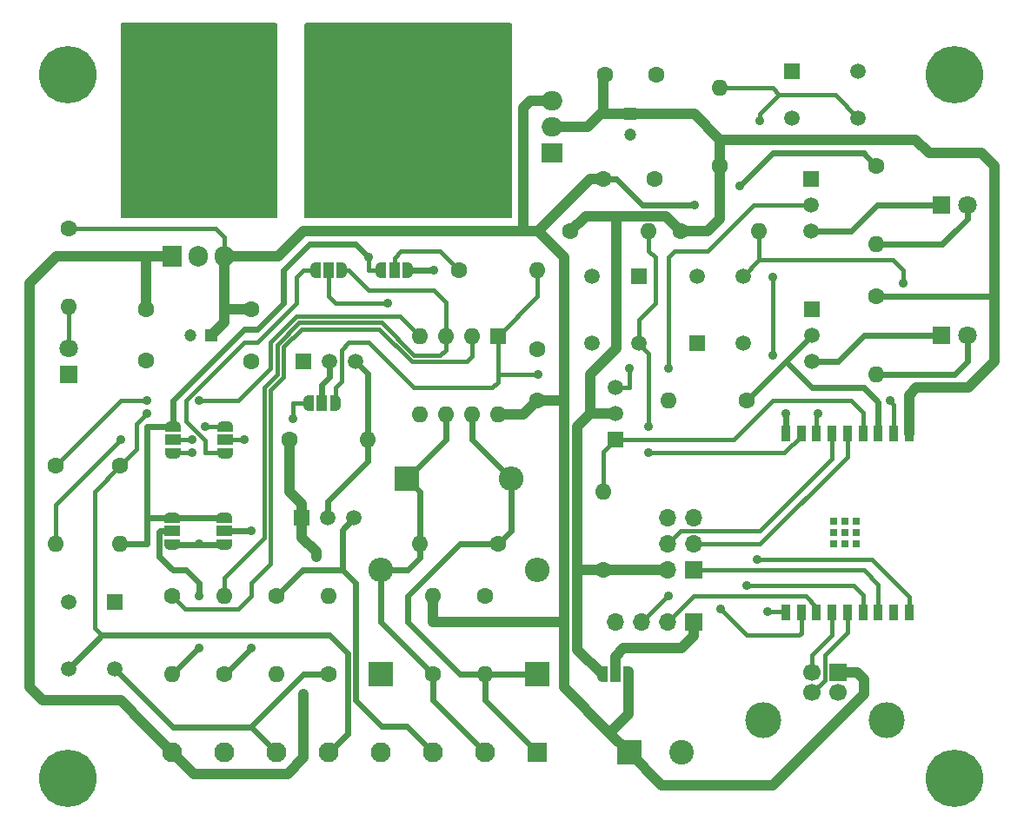
<source format=gtl>
G04 #@! TF.GenerationSoftware,KiCad,Pcbnew,7.0.1*
G04 #@! TF.CreationDate,2023-06-18T22:29:12+02:00*
G04 #@! TF.ProjectId,morsinator-3000,6d6f7273-696e-4617-946f-722d33303030,rev?*
G04 #@! TF.SameCoordinates,Original*
G04 #@! TF.FileFunction,Copper,L1,Top*
G04 #@! TF.FilePolarity,Positive*
%FSLAX46Y46*%
G04 Gerber Fmt 4.6, Leading zero omitted, Abs format (unit mm)*
G04 Created by KiCad (PCBNEW 7.0.1) date 2023-06-18 22:29:12*
%MOMM*%
%LPD*%
G01*
G04 APERTURE LIST*
G04 Aperture macros list*
%AMFreePoly0*
4,1,19,0.550000,-0.750000,0.000000,-0.750000,0.000000,-0.744911,-0.071157,-0.744911,-0.207708,-0.704816,-0.327430,-0.627875,-0.420627,-0.520320,-0.479746,-0.390866,-0.500000,-0.250000,-0.500000,0.250000,-0.479746,0.390866,-0.420627,0.520320,-0.327430,0.627875,-0.207708,0.704816,-0.071157,0.744911,0.000000,0.744911,0.000000,0.750000,0.550000,0.750000,0.550000,-0.750000,0.550000,-0.750000,
$1*%
%AMFreePoly1*
4,1,19,0.000000,0.744911,0.071157,0.744911,0.207708,0.704816,0.327430,0.627875,0.420627,0.520320,0.479746,0.390866,0.500000,0.250000,0.500000,-0.250000,0.479746,-0.390866,0.420627,-0.520320,0.327430,-0.627875,0.207708,-0.704816,0.071157,-0.744911,0.000000,-0.744911,0.000000,-0.750000,-0.550000,-0.750000,-0.550000,0.750000,0.000000,0.750000,0.000000,0.744911,0.000000,0.744911,
$1*%
G04 Aperture macros list end*
G04 #@! TA.AperFunction,ComponentPad*
%ADD10R,1.500000X1.500000*%
G04 #@! TD*
G04 #@! TA.AperFunction,ComponentPad*
%ADD11C,1.500000*%
G04 #@! TD*
G04 #@! TA.AperFunction,ComponentPad*
%ADD12C,5.000000*%
G04 #@! TD*
G04 #@! TA.AperFunction,ComponentPad*
%ADD13R,1.905000X2.000000*%
G04 #@! TD*
G04 #@! TA.AperFunction,ComponentPad*
%ADD14O,1.905000X2.000000*%
G04 #@! TD*
G04 #@! TA.AperFunction,ComponentPad*
%ADD15O,2.000000X1.905000*%
G04 #@! TD*
G04 #@! TA.AperFunction,ComponentPad*
%ADD16R,2.000000X1.905000*%
G04 #@! TD*
G04 #@! TA.AperFunction,ComponentPad*
%ADD17R,2.400000X2.400000*%
G04 #@! TD*
G04 #@! TA.AperFunction,ComponentPad*
%ADD18C,2.400000*%
G04 #@! TD*
G04 #@! TA.AperFunction,SMDPad,CuDef*
%ADD19FreePoly0,270.000000*%
G04 #@! TD*
G04 #@! TA.AperFunction,SMDPad,CuDef*
%ADD20R,1.500000X1.000000*%
G04 #@! TD*
G04 #@! TA.AperFunction,SMDPad,CuDef*
%ADD21FreePoly1,270.000000*%
G04 #@! TD*
G04 #@! TA.AperFunction,ComponentPad*
%ADD22O,2.400000X2.400000*%
G04 #@! TD*
G04 #@! TA.AperFunction,ComponentPad*
%ADD23C,3.600000*%
G04 #@! TD*
G04 #@! TA.AperFunction,ConnectorPad*
%ADD24C,5.600000*%
G04 #@! TD*
G04 #@! TA.AperFunction,ComponentPad*
%ADD25C,1.600000*%
G04 #@! TD*
G04 #@! TA.AperFunction,ComponentPad*
%ADD26O,1.600000X1.600000*%
G04 #@! TD*
G04 #@! TA.AperFunction,ComponentPad*
%ADD27R,1.800000X1.800000*%
G04 #@! TD*
G04 #@! TA.AperFunction,ComponentPad*
%ADD28C,1.800000*%
G04 #@! TD*
G04 #@! TA.AperFunction,SMDPad,CuDef*
%ADD29FreePoly0,180.000000*%
G04 #@! TD*
G04 #@! TA.AperFunction,SMDPad,CuDef*
%ADD30R,1.000000X1.500000*%
G04 #@! TD*
G04 #@! TA.AperFunction,SMDPad,CuDef*
%ADD31FreePoly1,180.000000*%
G04 #@! TD*
G04 #@! TA.AperFunction,SMDPad,CuDef*
%ADD32R,0.900000X1.500000*%
G04 #@! TD*
G04 #@! TA.AperFunction,SMDPad,CuDef*
%ADD33R,0.700000X0.700000*%
G04 #@! TD*
G04 #@! TA.AperFunction,ComponentPad*
%ADD34R,1.700000X1.700000*%
G04 #@! TD*
G04 #@! TA.AperFunction,ComponentPad*
%ADD35C,1.700000*%
G04 #@! TD*
G04 #@! TA.AperFunction,ComponentPad*
%ADD36C,3.500000*%
G04 #@! TD*
G04 #@! TA.AperFunction,ComponentPad*
%ADD37R,1.200000X1.200000*%
G04 #@! TD*
G04 #@! TA.AperFunction,ComponentPad*
%ADD38C,1.200000*%
G04 #@! TD*
G04 #@! TA.AperFunction,ComponentPad*
%ADD39R,1.950000X1.950000*%
G04 #@! TD*
G04 #@! TA.AperFunction,ComponentPad*
%ADD40C,1.950000*%
G04 #@! TD*
G04 #@! TA.AperFunction,SMDPad,CuDef*
%ADD41FreePoly0,0.000000*%
G04 #@! TD*
G04 #@! TA.AperFunction,SMDPad,CuDef*
%ADD42FreePoly1,0.000000*%
G04 #@! TD*
G04 #@! TA.AperFunction,ComponentPad*
%ADD43O,1.700000X1.700000*%
G04 #@! TD*
G04 #@! TA.AperFunction,ComponentPad*
%ADD44R,1.600000X1.600000*%
G04 #@! TD*
G04 #@! TA.AperFunction,ViaPad*
%ADD45C,0.900000*%
G04 #@! TD*
G04 #@! TA.AperFunction,Conductor*
%ADD46C,0.600000*%
G04 #@! TD*
G04 #@! TA.AperFunction,Conductor*
%ADD47C,0.400000*%
G04 #@! TD*
G04 #@! TA.AperFunction,Conductor*
%ADD48C,1.000000*%
G04 #@! TD*
G04 APERTURE END LIST*
D10*
G04 #@! TO.P,Q5,1,S*
G04 #@! TO.N,GND*
X171450000Y-45720000D03*
D11*
G04 #@! TO.P,Q5,2,G*
G04 #@! TO.N,/LED_1*
X171450000Y-48260000D03*
G04 #@! TO.P,Q5,3,D*
G04 #@! TO.N,Net-(D6-K)*
X171450000Y-50800000D03*
G04 #@! TD*
D12*
G04 #@! TO.P,U1,*
G04 #@! TO.N,GND*
X111680000Y-23880000D03*
D13*
G04 #@! TO.P,U1,1,IN*
G04 #@! TO.N,VCCQ*
X109140000Y-40540000D03*
D14*
G04 #@! TO.P,U1,2,GND*
G04 #@! TO.N,GND*
X111680000Y-40540000D03*
G04 #@! TO.P,U1,3,OUT*
G04 #@! TO.N,VCC*
X114220000Y-40540000D03*
G04 #@! TD*
D15*
G04 #@! TO.P,U4,3,VIN*
G04 #@! TO.N,VCC*
X146177000Y-25400000D03*
G04 #@! TO.P,U4,2,VOUT*
G04 #@! TO.N,+3V3*
X146177000Y-27940000D03*
D16*
G04 #@! TO.P,U4,1,GND*
G04 #@! TO.N,GND*
X146177000Y-30480000D03*
D12*
G04 #@! TO.P,U4,*
G04 #@! TO.N,+3V3*
X129517000Y-27940000D03*
G04 #@! TD*
D10*
G04 #@! TO.P,Q1,1,S*
G04 #@! TO.N,VCCQ*
X121793000Y-66040000D03*
D11*
G04 #@! TO.P,Q1,2,G*
G04 #@! TO.N,Net-(Q1-G)*
X124333000Y-66040000D03*
G04 #@! TO.P,Q1,3,D*
G04 #@! TO.N,/h_aux_+*
X126873000Y-66040000D03*
G04 #@! TD*
D17*
G04 #@! TO.P,J5,1,1*
G04 #@! TO.N,VCC*
X153670000Y-88900000D03*
D18*
G04 #@! TO.P,J5,2,2*
G04 #@! TO.N,GND*
X158750000Y-88900000D03*
G04 #@! TD*
D19*
G04 #@! TO.P,JP4,1,A*
G04 #@! TO.N,+3V3*
X109220000Y-57120000D03*
D20*
G04 #@! TO.P,JP4,2,C*
G04 #@! TO.N,Net-(JP4-C)*
X109220000Y-58420000D03*
D21*
G04 #@! TO.P,JP4,3,B*
G04 #@! TO.N,GND*
X109220000Y-59720000D03*
G04 #@! TD*
D17*
G04 #@! TO.P,D5,1,A1*
G04 #@! TO.N,GND*
X129460000Y-81260000D03*
D22*
G04 #@! TO.P,D5,2,A2*
G04 #@! TO.N,/h_A*
X129460000Y-71100000D03*
G04 #@! TD*
D23*
G04 #@! TO.P,H1,1*
G04 #@! TO.N,N/C*
X99000000Y-91420000D03*
D24*
X99000000Y-91420000D03*
G04 #@! TD*
D25*
G04 #@! TO.P,R16,1*
G04 #@! TO.N,/~RE*
X109140000Y-73640000D03*
D26*
G04 #@! TO.P,R16,2*
G04 #@! TO.N,Net-(JP6-C)*
X109140000Y-81260000D03*
G04 #@! TD*
D27*
G04 #@! TO.P,D1,1,K*
G04 #@! TO.N,GND*
X99060000Y-52070000D03*
D28*
G04 #@! TO.P,D1,2,A*
G04 #@! TO.N,Net-(D1-A)*
X99060000Y-49530000D03*
G04 #@! TD*
D29*
G04 #@! TO.P,JP3,1,A*
G04 #@! TO.N,VCC*
X153620000Y-81260000D03*
D30*
G04 #@! TO.P,JP3,2,C*
G04 #@! TO.N,Net-(J2-Pin_1)*
X152320000Y-81260000D03*
D31*
G04 #@! TO.P,JP3,3,B*
G04 #@! TO.N,+3V3*
X151020000Y-81260000D03*
G04 #@! TD*
D25*
G04 #@! TO.P,R7,1*
G04 #@! TO.N,+3V3*
X151130000Y-71120000D03*
D26*
G04 #@! TO.P,R7,2*
G04 #@! TO.N,Net-(Q2-S)*
X151130000Y-63500000D03*
G04 #@! TD*
D25*
G04 #@! TO.P,C6,1*
G04 #@! TO.N,+3V3*
X151300000Y-22840000D03*
G04 #@! TO.P,C6,2*
G04 #@! TO.N,GND*
X156300000Y-22840000D03*
G04 #@! TD*
D29*
G04 #@! TO.P,JP8,1,A*
G04 #@! TO.N,/RO*
X125028000Y-54864000D03*
D30*
G04 #@! TO.P,JP8,2,C*
G04 #@! TO.N,Net-(JP8-C)*
X123728000Y-54864000D03*
D31*
G04 #@! TO.P,JP8,3,B*
G04 #@! TO.N,/SDA*
X122428000Y-54864000D03*
G04 #@! TD*
D25*
G04 #@! TO.P,R8,1*
G04 #@! TO.N,VCC*
X177720000Y-31730000D03*
D26*
G04 #@! TO.P,R8,2*
G04 #@! TO.N,Net-(D2-A)*
X177720000Y-39350000D03*
G04 #@! TD*
D25*
G04 #@! TO.P,R9,1*
G04 #@! TO.N,/h_switch_-*
X124380000Y-81260000D03*
D26*
G04 #@! TO.P,R9,2*
G04 #@! TO.N,GND*
X124380000Y-73640000D03*
G04 #@! TD*
D32*
G04 #@! TO.P,U2,1,3V3*
G04 #@! TO.N,+3V3*
X180910000Y-57750000D03*
G04 #@! TO.P,U2,2,EN*
G04 #@! TO.N,/EN*
X179410000Y-57750000D03*
G04 #@! TO.P,U2,3,IO_4*
G04 #@! TO.N,/LED_1*
X177910000Y-57750000D03*
G04 #@! TO.P,U2,4,IO_5*
G04 #@! TO.N,Net-(Q2-S)*
X176410000Y-57750000D03*
G04 #@! TO.P,U2,5,IO_6*
G04 #@! TO.N,/CLK*
X174910000Y-57750000D03*
G04 #@! TO.P,U2,6,IO_7*
G04 #@! TO.N,/MOSI*
X173410000Y-57750000D03*
G04 #@! TO.P,U2,7,IO_8*
G04 #@! TO.N,Net-(S2-COM_2)*
X171910000Y-57750000D03*
G04 #@! TO.P,U2,8,IO_9*
G04 #@! TO.N,Net-(S3-NO_2)*
X170410000Y-57750000D03*
G04 #@! TO.P,U2,9,GND*
G04 #@! TO.N,GND*
X168910000Y-57750000D03*
G04 #@! TO.P,U2,10,IO_10*
G04 #@! TO.N,/key_out*
X168910000Y-75250000D03*
G04 #@! TO.P,U2,11,RXD*
G04 #@! TO.N,Net-(J2-Pin_3)*
X170410000Y-75250000D03*
G04 #@! TO.P,U2,12,TXD*
G04 #@! TO.N,Net-(J2-Pin_2)*
X171910000Y-75250000D03*
G04 #@! TO.P,U2,13,IO_18*
G04 #@! TO.N,/USB_D-*
X173410000Y-75250000D03*
G04 #@! TO.P,U2,14,IO_19*
G04 #@! TO.N,/USB_D+*
X174910000Y-75250000D03*
G04 #@! TO.P,U2,15,IO_3*
G04 #@! TO.N,/key_in*
X176410000Y-75250000D03*
G04 #@! TO.P,U2,16,IO_2*
G04 #@! TO.N,/MISO*
X177910000Y-75250000D03*
G04 #@! TO.P,U2,17,IO_1*
G04 #@! TO.N,/SCL*
X179410000Y-75250000D03*
G04 #@! TO.P,U2,18,IO_0*
G04 #@! TO.N,/SDA*
X180910000Y-75250000D03*
D33*
G04 #@! TO.P,U2,19*
G04 #@! TO.N,N/C*
X174710000Y-67460000D03*
G04 #@! TO.P,U2,20*
X174710000Y-68560000D03*
G04 #@! TO.P,U2,21*
X175810000Y-68560000D03*
G04 #@! TO.P,U2,22*
X175810000Y-67460000D03*
G04 #@! TO.P,U2,23*
X175810000Y-66360000D03*
G04 #@! TO.P,U2,24*
X174710000Y-66360000D03*
G04 #@! TO.P,U2,25*
X173610000Y-66360000D03*
G04 #@! TO.P,U2,26*
X173610000Y-67460000D03*
G04 #@! TO.P,U2,27*
X173610000Y-68560000D03*
G04 #@! TD*
D25*
G04 #@! TO.P,R5,1*
G04 #@! TO.N,+3V3*
X147955000Y-38080000D03*
D26*
G04 #@! TO.P,R5,2*
G04 #@! TO.N,Net-(S3-NO_2)*
X155575000Y-38080000D03*
G04 #@! TD*
D10*
G04 #@! TO.P,Q4,1,S*
G04 #@! TO.N,GND*
X171390000Y-33000000D03*
D11*
G04 #@! TO.P,Q4,2,G*
G04 #@! TO.N,/RO*
X171390000Y-35540000D03*
G04 #@! TO.P,Q4,3,D*
G04 #@! TO.N,Net-(D2-K)*
X171390000Y-38080000D03*
G04 #@! TD*
D34*
G04 #@! TO.P,J4,1,VBUS*
G04 #@! TO.N,VCC*
X173970000Y-81052500D03*
D35*
G04 #@! TO.P,J4,2,D-*
G04 #@! TO.N,/USB_D-*
X171470000Y-81052500D03*
G04 #@! TO.P,J4,3,D+*
G04 #@! TO.N,/USB_D+*
X171470000Y-83052500D03*
G04 #@! TO.P,J4,4,GND*
G04 #@! TO.N,GND*
X173970000Y-83052500D03*
D36*
G04 #@! TO.P,J4,5,Shield*
X178740000Y-85762500D03*
X166700000Y-85762500D03*
G04 #@! TD*
D25*
G04 #@! TO.P,C2,1*
G04 #@! TO.N,VCC*
X116840000Y-45720000D03*
G04 #@! TO.P,C2,2*
G04 #@! TO.N,GND*
X116840000Y-50720000D03*
G04 #@! TD*
G04 #@! TO.P,R14,1*
G04 #@! TO.N,/h_A*
X134540000Y-81260000D03*
D26*
G04 #@! TO.P,R14,2*
G04 #@! TO.N,VCC*
X134540000Y-73640000D03*
G04 #@! TD*
D25*
G04 #@! TO.P,R11,1*
G04 #@! TO.N,/DI*
X97790000Y-60960000D03*
D26*
G04 #@! TO.P,R11,2*
G04 #@! TO.N,Net-(JP4-C)*
X97790000Y-68580000D03*
G04 #@! TD*
D37*
G04 #@! TO.P,C3,1*
G04 #@! TO.N,VCC*
X112950000Y-48240000D03*
D38*
G04 #@! TO.P,C3,2*
G04 #@! TO.N,GND*
X110950000Y-48240000D03*
G04 #@! TD*
D25*
G04 #@! TO.P,R12,1*
G04 #@! TO.N,GND*
X139620000Y-73640000D03*
D26*
G04 #@! TO.P,R12,2*
G04 #@! TO.N,/h_B*
X139620000Y-81260000D03*
G04 #@! TD*
D25*
G04 #@! TO.P,C1,1*
G04 #@! TO.N,VCCQ*
X106600000Y-45700000D03*
G04 #@! TO.P,C1,2*
G04 #@! TO.N,GND*
X106600000Y-50700000D03*
G04 #@! TD*
G04 #@! TO.P,R3,1*
G04 #@! TO.N,+3V3*
X162500000Y-31730000D03*
D26*
G04 #@! TO.P,R3,2*
G04 #@! TO.N,Net-(S2-COM_2)*
X162500000Y-24110000D03*
G04 #@! TD*
D17*
G04 #@! TO.P,D4,1,A1*
G04 #@! TO.N,/h_A*
X132000000Y-62230000D03*
D22*
G04 #@! TO.P,D4,2,A2*
G04 #@! TO.N,/h_B*
X142160000Y-62230000D03*
G04 #@! TD*
D25*
G04 #@! TO.P,R13,1*
G04 #@! TO.N,/h_B*
X140890000Y-68580000D03*
D26*
G04 #@! TO.P,R13,2*
G04 #@! TO.N,/h_A*
X133270000Y-68580000D03*
G04 #@! TD*
D37*
G04 #@! TO.P,C5,1*
G04 #@! TO.N,+3V3*
X153760000Y-26650000D03*
D38*
G04 #@! TO.P,C5,2*
G04 #@! TO.N,GND*
X153760000Y-28650000D03*
G04 #@! TD*
D25*
G04 #@! TO.P,C4,1*
G04 #@! TO.N,VCC*
X151170000Y-33020000D03*
G04 #@! TO.P,C4,2*
G04 #@! TO.N,GND*
X156170000Y-33020000D03*
G04 #@! TD*
D23*
G04 #@! TO.P,H3,1*
G04 #@! TO.N,N/C*
X185360000Y-22840000D03*
D24*
X185360000Y-22840000D03*
G04 #@! TD*
D10*
G04 #@! TO.P,S2,1,NO_1*
G04 #@! TO.N,unconnected-(S2-NO_1-Pad1)*
X169470000Y-22515000D03*
D11*
G04 #@! TO.P,S2,2,NO_2*
G04 #@! TO.N,GND*
X175970000Y-22515000D03*
G04 #@! TO.P,S2,3,COM_1*
G04 #@! TO.N,unconnected-(S2-COM_1-Pad3)*
X169470000Y-27015000D03*
G04 #@! TO.P,S2,4,COM_2*
G04 #@! TO.N,Net-(S2-COM_2)*
X175970000Y-27015000D03*
G04 #@! TD*
D17*
G04 #@! TO.P,D3,1,A1*
G04 #@! TO.N,/h_B*
X144700000Y-81260000D03*
D22*
G04 #@! TO.P,D3,2,A2*
G04 #@! TO.N,GND*
X144700000Y-71100000D03*
G04 #@! TD*
D10*
G04 #@! TO.P,S1,1,NO_1*
G04 #@! TO.N,unconnected-(S1-NO_1-Pad1)*
X160250000Y-48950000D03*
D11*
G04 #@! TO.P,S1,2,NO_2*
G04 #@! TO.N,GND*
X160250000Y-42450000D03*
G04 #@! TO.P,S1,3,COM_1*
G04 #@! TO.N,unconnected-(S1-COM_1-Pad3)*
X164750000Y-48950000D03*
G04 #@! TO.P,S1,4,COM_2*
G04 #@! TO.N,/EN*
X164750000Y-42450000D03*
G04 #@! TD*
D25*
G04 #@! TO.P,R2,1*
G04 #@! TO.N,VCC*
X99060000Y-37846000D03*
D26*
G04 #@! TO.P,R2,2*
G04 #@! TO.N,Net-(D1-A)*
X99060000Y-45466000D03*
G04 #@! TD*
D23*
G04 #@! TO.P,H4,1*
G04 #@! TO.N,N/C*
X98980000Y-22840000D03*
D24*
X98980000Y-22840000D03*
G04 #@! TD*
D23*
G04 #@! TO.P,H2,1*
G04 #@! TO.N,N/C*
X185360000Y-91420000D03*
D24*
X185360000Y-91420000D03*
G04 #@! TD*
D25*
G04 #@! TO.P,R18,1*
G04 #@! TO.N,/LED_1*
X165100000Y-54610000D03*
D26*
G04 #@! TO.P,R18,2*
G04 #@! TO.N,GND*
X157480000Y-54610000D03*
G04 #@! TD*
D39*
G04 #@! TO.P,J3,1,1*
G04 #@! TO.N,/h_B*
X144700000Y-88880000D03*
D40*
G04 #@! TO.P,J3,2,2*
G04 #@! TO.N,/h_A*
X139620000Y-88880000D03*
G04 #@! TO.P,J3,3,3*
G04 #@! TO.N,/h_aux_+*
X134540000Y-88880000D03*
G04 #@! TO.P,J3,4,4*
G04 #@! TO.N,GND*
X129460000Y-88880000D03*
G04 #@! TO.P,J3,5,5*
G04 #@! TO.N,/h_switch_+*
X124380000Y-88880000D03*
G04 #@! TO.P,J3,6,6*
G04 #@! TO.N,/h_switch_-*
X119300000Y-88880000D03*
G04 #@! TO.P,J3,7,7*
G04 #@! TO.N,GND*
X114220000Y-88880000D03*
G04 #@! TO.P,J3,8,8*
G04 #@! TO.N,VCCQ*
X109140000Y-88880000D03*
G04 #@! TD*
D19*
G04 #@! TO.P,JP6,1,A*
G04 #@! TO.N,+3V3*
X109140000Y-66010000D03*
D20*
G04 #@! TO.P,JP6,2,C*
G04 #@! TO.N,Net-(JP6-C)*
X109140000Y-67310000D03*
D21*
G04 #@! TO.P,JP6,3,B*
G04 #@! TO.N,GND*
X109140000Y-68610000D03*
G04 #@! TD*
D25*
G04 #@! TO.P,R4,1*
G04 #@! TO.N,/h_aux_+*
X119300000Y-73640000D03*
D26*
G04 #@! TO.P,R4,2*
G04 #@! TO.N,GND*
X119300000Y-81260000D03*
G04 #@! TD*
D25*
G04 #@! TO.P,R6,1*
G04 #@! TO.N,VCCQ*
X120570000Y-58400000D03*
D26*
G04 #@! TO.P,R6,2*
G04 #@! TO.N,Net-(Q1-G)*
X128190000Y-58400000D03*
G04 #@! TD*
D25*
G04 #@! TO.P,R15,1*
G04 #@! TO.N,Net-(JP5-C)*
X114220000Y-81260000D03*
D26*
G04 #@! TO.P,R15,2*
G04 #@! TO.N,/DE*
X114220000Y-73640000D03*
G04 #@! TD*
D19*
G04 #@! TO.P,JP1,1,A*
G04 #@! TO.N,/h_switch_+*
X114300000Y-57120000D03*
D20*
G04 #@! TO.P,JP1,2,C*
G04 #@! TO.N,/key_in*
X114300000Y-58420000D03*
D21*
G04 #@! TO.P,JP1,3,B*
G04 #@! TO.N,Net-(JP1-B)*
X114300000Y-59720000D03*
G04 #@! TD*
D10*
G04 #@! TO.P,Q2,1,S*
G04 #@! TO.N,Net-(Q2-S)*
X152320000Y-58400000D03*
D11*
G04 #@! TO.P,Q2,2,G*
G04 #@! TO.N,+3V3*
X152320000Y-55860000D03*
G04 #@! TO.P,Q2,3,D*
G04 #@! TO.N,/RO*
X152320000Y-53320000D03*
G04 #@! TD*
D41*
G04 #@! TO.P,JP2,1,A*
G04 #@! TO.N,Net-(JP1-B)*
X123080000Y-41910000D03*
D30*
G04 #@! TO.P,JP2,2,C*
G04 #@! TO.N,/key_out*
X124380000Y-41910000D03*
D42*
G04 #@! TO.P,JP2,3,B*
G04 #@! TO.N,/DE*
X125680000Y-41910000D03*
G04 #@! TD*
D27*
G04 #@! TO.P,D6,1,K*
G04 #@! TO.N,Net-(D6-K)*
X184090000Y-48240000D03*
D28*
G04 #@! TO.P,D6,2,A*
G04 #@! TO.N,Net-(D6-A)*
X186630000Y-48240000D03*
G04 #@! TD*
D41*
G04 #@! TO.P,JP7,1,A*
G04 #@! TO.N,+3V3*
X129480000Y-41910000D03*
D30*
G04 #@! TO.P,JP7,2,C*
G04 #@! TO.N,Net-(JP7-C)*
X130780000Y-41910000D03*
D42*
G04 #@! TO.P,JP7,3,B*
G04 #@! TO.N,GND*
X132080000Y-41910000D03*
G04 #@! TD*
D34*
G04 #@! TO.P,J2,1,Pin_1*
G04 #@! TO.N,Net-(J2-Pin_1)*
X159940000Y-76180000D03*
D43*
G04 #@! TO.P,J2,2,Pin_2*
G04 #@! TO.N,Net-(J2-Pin_2)*
X157400000Y-76180000D03*
G04 #@! TO.P,J2,3,Pin_3*
G04 #@! TO.N,Net-(J2-Pin_3)*
X154860000Y-76180000D03*
G04 #@! TO.P,J2,4,Pin_4*
G04 #@! TO.N,GND*
X152320000Y-76180000D03*
G04 #@! TD*
D34*
G04 #@! TO.P,J1,1,Pin_1*
G04 #@! TO.N,/MISO*
X159960000Y-71100000D03*
D43*
G04 #@! TO.P,J1,2,Pin_2*
G04 #@! TO.N,+3V3*
X157420000Y-71100000D03*
G04 #@! TO.P,J1,3,Pin_3*
G04 #@! TO.N,/CLK*
X159960000Y-68560000D03*
G04 #@! TO.P,J1,4,Pin_4*
G04 #@! TO.N,/MOSI*
X157420000Y-68560000D03*
G04 #@! TO.P,J1,5,Pin_5*
G04 #@! TO.N,/CS*
X159960000Y-66020000D03*
G04 #@! TO.P,J1,6,Pin_6*
G04 #@! TO.N,GND*
X157420000Y-66020000D03*
G04 #@! TD*
D25*
G04 #@! TO.P,R10,1*
G04 #@! TO.N,/h_switch_+*
X104060000Y-60960000D03*
D26*
G04 #@! TO.P,R10,2*
G04 #@! TO.N,+3V3*
X104060000Y-68580000D03*
G04 #@! TD*
D19*
G04 #@! TO.P,JP5,1,A*
G04 #@! TO.N,+3V3*
X114220000Y-66010000D03*
D20*
G04 #@! TO.P,JP5,2,C*
G04 #@! TO.N,Net-(JP5-C)*
X114220000Y-67310000D03*
D21*
G04 #@! TO.P,JP5,3,B*
G04 #@! TO.N,GND*
X114220000Y-68610000D03*
G04 #@! TD*
D10*
G04 #@! TO.P,Q3,1,S*
G04 #@! TO.N,GND*
X121920000Y-50780000D03*
D11*
G04 #@! TO.P,Q3,2,G*
G04 #@! TO.N,Net-(JP8-C)*
X124460000Y-50780000D03*
G04 #@! TO.P,Q3,3,D*
G04 #@! TO.N,Net-(Q1-G)*
X127000000Y-50780000D03*
G04 #@! TD*
D25*
G04 #@! TO.P,R1,1*
G04 #@! TO.N,+3V3*
X158690000Y-38080000D03*
D26*
G04 #@! TO.P,R1,2*
G04 #@! TO.N,/EN*
X166310000Y-38080000D03*
G04 #@! TD*
D44*
G04 #@! TO.P,U3,1,RO*
G04 #@! TO.N,/RO*
X140880000Y-48270000D03*
D26*
G04 #@! TO.P,U3,2,~{RE}*
G04 #@! TO.N,/~RE*
X138340000Y-48270000D03*
G04 #@! TO.P,U3,3,DE*
G04 #@! TO.N,/DE*
X135800000Y-48270000D03*
G04 #@! TO.P,U3,4,DI*
G04 #@! TO.N,/DI*
X133260000Y-48270000D03*
G04 #@! TO.P,U3,5,GND*
G04 #@! TO.N,GND*
X133260000Y-55890000D03*
G04 #@! TO.P,U3,6,A*
G04 #@! TO.N,/h_A*
X135800000Y-55890000D03*
G04 #@! TO.P,U3,7,B*
G04 #@! TO.N,/h_B*
X138340000Y-55890000D03*
G04 #@! TO.P,U3,8,VCC*
G04 #@! TO.N,VCC*
X140880000Y-55890000D03*
G04 #@! TD*
D11*
G04 #@! TO.P,S3,4,COM_2*
G04 #@! TO.N,GND*
X150070000Y-48950000D03*
G04 #@! TO.P,S3,3,COM_1*
G04 #@! TO.N,unconnected-(S3-COM_1-Pad3)*
X150070000Y-42450000D03*
G04 #@! TO.P,S3,2,NO_2*
G04 #@! TO.N,Net-(S3-NO_2)*
X154570000Y-48950000D03*
D10*
G04 #@! TO.P,S3,1,NO_1*
G04 #@! TO.N,unconnected-(S3-NO_1-Pad1)*
X154570000Y-42450000D03*
G04 #@! TD*
G04 #@! TO.P,S4,1,NO_1*
G04 #@! TO.N,unconnected-(S4-NO_1-Pad1)*
X103560000Y-74220000D03*
D11*
G04 #@! TO.P,S4,2,NO_2*
G04 #@! TO.N,/h_switch_-*
X103560000Y-80720000D03*
G04 #@! TO.P,S4,3,COM_1*
G04 #@! TO.N,unconnected-(S4-COM_1-Pad3)*
X99060000Y-74220000D03*
G04 #@! TO.P,S4,4,COM_2*
G04 #@! TO.N,/h_switch_+*
X99060000Y-80720000D03*
G04 #@! TD*
D27*
G04 #@! TO.P,D2,1,K*
G04 #@! TO.N,Net-(D2-K)*
X184090000Y-35540000D03*
D28*
G04 #@! TO.P,D2,2,A*
G04 #@! TO.N,Net-(D2-A)*
X186630000Y-35540000D03*
G04 #@! TD*
D25*
G04 #@! TO.P,C7,1*
G04 #@! TO.N,VCC*
X144700000Y-54570000D03*
G04 #@! TO.P,C7,2*
G04 #@! TO.N,GND*
X144700000Y-49570000D03*
G04 #@! TD*
G04 #@! TO.P,R17,1*
G04 #@! TO.N,Net-(JP7-C)*
X137100000Y-41910000D03*
D26*
G04 #@! TO.P,R17,2*
G04 #@! TO.N,/RO*
X144720000Y-41910000D03*
G04 #@! TD*
D25*
G04 #@! TO.P,R19,1*
G04 #@! TO.N,+3V3*
X177720000Y-44430000D03*
D26*
G04 #@! TO.P,R19,2*
G04 #@! TO.N,Net-(D6-A)*
X177720000Y-52050000D03*
G04 #@! TD*
D45*
G04 #@! TO.N,GND*
X105410000Y-20320000D03*
X105410000Y-19050000D03*
X105410000Y-32766000D03*
X105410000Y-35814000D03*
X105410000Y-34290000D03*
X105410000Y-26670000D03*
X105410000Y-25146000D03*
X105410000Y-23622000D03*
X105410000Y-29718000D03*
X105410000Y-31242000D03*
X105410000Y-28194000D03*
X105410000Y-22098000D03*
X106680000Y-20320000D03*
X106680000Y-19050000D03*
X106680000Y-32766000D03*
X106680000Y-35814000D03*
X106680000Y-34290000D03*
X106680000Y-26670000D03*
X106680000Y-25146000D03*
X106680000Y-23622000D03*
X106680000Y-29718000D03*
X106680000Y-31242000D03*
X106680000Y-28194000D03*
X106680000Y-22098000D03*
X118110000Y-20320000D03*
X118110000Y-19050000D03*
X118110000Y-32766000D03*
X118110000Y-35814000D03*
X118110000Y-34290000D03*
X118110000Y-26670000D03*
X118110000Y-25146000D03*
X118110000Y-23622000D03*
X118110000Y-29718000D03*
X118110000Y-31242000D03*
X118110000Y-28194000D03*
X118110000Y-22098000D03*
X116840000Y-20320000D03*
X116840000Y-19050000D03*
X116840000Y-32766000D03*
X116840000Y-35814000D03*
X116840000Y-34290000D03*
X116840000Y-26670000D03*
X116840000Y-25146000D03*
X116840000Y-23622000D03*
X116840000Y-29718000D03*
X116840000Y-31242000D03*
X116840000Y-28194000D03*
X116840000Y-22098000D03*
X110998000Y-19050000D03*
X107950000Y-19050000D03*
X114046000Y-19050000D03*
X109474000Y-19050000D03*
X115570000Y-19050000D03*
X112522000Y-19050000D03*
X110998000Y-20320000D03*
X107950000Y-20320000D03*
X114046000Y-20320000D03*
X109474000Y-20320000D03*
X115570000Y-20320000D03*
X112522000Y-20320000D03*
G04 #@! TO.N,+3V3*
X122682000Y-19050000D03*
X124206000Y-19050000D03*
X125730000Y-19050000D03*
X127508000Y-19050000D03*
X132080000Y-19050000D03*
X136652000Y-19050000D03*
X139700000Y-19050000D03*
X135128000Y-19050000D03*
X138176000Y-19050000D03*
X141224000Y-19050000D03*
X130556000Y-19050000D03*
X129032000Y-19050000D03*
X133604000Y-19050000D03*
X122682000Y-20320000D03*
X124206000Y-20320000D03*
X125730000Y-20320000D03*
X127508000Y-20320000D03*
X132080000Y-20320000D03*
X136652000Y-20320000D03*
X139700000Y-20320000D03*
X135128000Y-20320000D03*
X138176000Y-20320000D03*
X141224000Y-20320000D03*
X130556000Y-20320000D03*
X129032000Y-20320000D03*
X133604000Y-20320000D03*
X122682000Y-21590000D03*
X124206000Y-21590000D03*
X125730000Y-21590000D03*
X127508000Y-21590000D03*
X132080000Y-21590000D03*
X136652000Y-21590000D03*
X139700000Y-21590000D03*
X135128000Y-21590000D03*
X138176000Y-21590000D03*
X141224000Y-21590000D03*
X130556000Y-21590000D03*
X129032000Y-21590000D03*
X133604000Y-21590000D03*
X122682000Y-22860000D03*
X124206000Y-22860000D03*
X125730000Y-22860000D03*
X127508000Y-22860000D03*
X132080000Y-22860000D03*
X136652000Y-22860000D03*
X139700000Y-22860000D03*
X135128000Y-22860000D03*
X138176000Y-22860000D03*
X141224000Y-22860000D03*
X130556000Y-22860000D03*
X129032000Y-22860000D03*
X133604000Y-22860000D03*
X129032000Y-35560000D03*
X129032000Y-34290000D03*
X124206000Y-35560000D03*
X122682000Y-35560000D03*
X125730000Y-35560000D03*
X133604000Y-35560000D03*
X138176000Y-35560000D03*
X139700000Y-35560000D03*
X136652000Y-35560000D03*
X135128000Y-35560000D03*
X130556000Y-35560000D03*
X132080000Y-35560000D03*
X141224000Y-35560000D03*
X127508000Y-35560000D03*
X124206000Y-34290000D03*
X122682000Y-34290000D03*
X125730000Y-34290000D03*
X133604000Y-34290000D03*
X138176000Y-34290000D03*
X139700000Y-34290000D03*
X136652000Y-34290000D03*
X135128000Y-34290000D03*
X130556000Y-34290000D03*
X132080000Y-34290000D03*
X141224000Y-34290000D03*
X127508000Y-34290000D03*
X124206000Y-33020000D03*
X122682000Y-33020000D03*
X125730000Y-33020000D03*
X133604000Y-33020000D03*
X138176000Y-33020000D03*
X139700000Y-33020000D03*
X136652000Y-33020000D03*
X135128000Y-33020000D03*
X130556000Y-33020000D03*
X132080000Y-33020000D03*
X129032000Y-33020000D03*
X141224000Y-33020000D03*
X127508000Y-33020000D03*
X124206000Y-24130000D03*
X122682000Y-24130000D03*
X125730000Y-24130000D03*
X124206000Y-25400000D03*
X122682000Y-25400000D03*
X125730000Y-25400000D03*
X124206000Y-26670000D03*
X122682000Y-26670000D03*
X125730000Y-26670000D03*
X124206000Y-27940000D03*
X122682000Y-27940000D03*
X125730000Y-27940000D03*
X124206000Y-29210000D03*
X122682000Y-29210000D03*
X125730000Y-29210000D03*
X124206000Y-30480000D03*
X122682000Y-30480000D03*
X125730000Y-30480000D03*
X125730000Y-31750000D03*
X124206000Y-31750000D03*
X122682000Y-31750000D03*
G04 #@! TO.N,VCCQ*
X121920000Y-83185000D03*
X123190000Y-69850000D03*
G04 #@! TO.N,GND*
X114046000Y-31242000D03*
G04 #@! TO.N,+3V3*
X136652000Y-25654000D03*
X135128000Y-28702000D03*
G04 #@! TO.N,GND*
X111760000Y-68580000D03*
X115570000Y-22098000D03*
X110998000Y-35814000D03*
X112522000Y-28194000D03*
G04 #@! TO.N,+3V3*
X129032000Y-24130000D03*
G04 #@! TO.N,GND*
X115570000Y-28194000D03*
G04 #@! TO.N,+3V3*
X133604000Y-25654000D03*
G04 #@! TO.N,GND*
X107950000Y-23622000D03*
X109474000Y-28194000D03*
G04 #@! TO.N,+3V3*
X127508000Y-31750000D03*
X133604000Y-24130000D03*
X138176000Y-28702000D03*
G04 #@! TO.N,GND*
X107950000Y-32766000D03*
G04 #@! TO.N,+3V3*
X136652000Y-28702000D03*
G04 #@! TO.N,GND*
X107950000Y-34290000D03*
X107950000Y-22098000D03*
G04 #@! TO.N,+3V3*
X141224000Y-31750000D03*
X133604000Y-28702000D03*
X129032000Y-31750000D03*
G04 #@! TO.N,GND*
X111125000Y-59690000D03*
G04 #@! TO.N,+3V3*
X132080000Y-31750000D03*
X138176000Y-30226000D03*
G04 #@! TO.N,GND*
X109474000Y-32766000D03*
G04 #@! TO.N,+3V3*
X130556000Y-31750000D03*
G04 #@! TO.N,GND*
X109474000Y-34290000D03*
X114046000Y-35814000D03*
G04 #@! TO.N,+3V3*
X130556000Y-24130000D03*
G04 #@! TO.N,GND*
X109474000Y-31242000D03*
X115570000Y-31242000D03*
X110998000Y-32766000D03*
X112522000Y-29718000D03*
G04 #@! TO.N,+3V3*
X139700000Y-27178000D03*
G04 #@! TO.N,GND*
X115570000Y-29718000D03*
X115570000Y-23622000D03*
G04 #@! TO.N,+3V3*
X133604000Y-27178000D03*
G04 #@! TO.N,GND*
X114046000Y-28194000D03*
G04 #@! TO.N,+3V3*
X136652000Y-30226000D03*
X141224000Y-24130000D03*
X138176000Y-24130000D03*
X135128000Y-24130000D03*
X141224000Y-27178000D03*
G04 #@! TO.N,GND*
X115570000Y-25146000D03*
X112522000Y-34290000D03*
X109474000Y-35814000D03*
G04 #@! TO.N,+3V3*
X139700000Y-30226000D03*
G04 #@! TO.N,GND*
X112522000Y-32766000D03*
G04 #@! TO.N,+3V3*
X139700000Y-24130000D03*
G04 #@! TO.N,GND*
X107950000Y-31242000D03*
X114046000Y-32766000D03*
G04 #@! TO.N,+3V3*
X135128000Y-31750000D03*
X136652000Y-24130000D03*
X133604000Y-30226000D03*
G04 #@! TO.N,GND*
X107950000Y-28194000D03*
X115570000Y-26670000D03*
G04 #@! TO.N,+3V3*
X136652000Y-31750000D03*
X138176000Y-27178000D03*
X139700000Y-31750000D03*
X138176000Y-31750000D03*
G04 #@! TO.N,GND*
X115570000Y-34290000D03*
G04 #@! TO.N,+3V3*
X141224000Y-30226000D03*
G04 #@! TO.N,GND*
X110998000Y-31242000D03*
G04 #@! TO.N,+3V3*
X132080000Y-24130000D03*
G04 #@! TO.N,GND*
X114046000Y-29718000D03*
X134620000Y-41910000D03*
X110998000Y-34290000D03*
G04 #@! TO.N,+3V3*
X135128000Y-27178000D03*
X127508000Y-24130000D03*
G04 #@! TO.N,GND*
X112522000Y-31242000D03*
X109474000Y-29718000D03*
X110998000Y-28194000D03*
X107950000Y-26670000D03*
G04 #@! TO.N,+3V3*
X135128000Y-25654000D03*
G04 #@! TO.N,GND*
X112522000Y-35814000D03*
X110998000Y-29718000D03*
X115570000Y-35814000D03*
X107950000Y-25146000D03*
G04 #@! TO.N,+3V3*
X139700000Y-28702000D03*
X136652000Y-27178000D03*
G04 #@! TO.N,GND*
X107950000Y-29718000D03*
G04 #@! TO.N,+3V3*
X139700000Y-25654000D03*
G04 #@! TO.N,GND*
X168910000Y-55880000D03*
X114046000Y-34290000D03*
G04 #@! TO.N,+3V3*
X141224000Y-28702000D03*
X135128000Y-30226000D03*
X141224000Y-25654000D03*
X138176000Y-25654000D03*
G04 #@! TO.N,GND*
X107950000Y-35814000D03*
X115570000Y-32766000D03*
G04 #@! TO.N,+3V3*
X133604000Y-31750000D03*
G04 #@! TO.N,VCC*
X164465000Y-33655000D03*
X160020000Y-35560000D03*
G04 #@! TO.N,+3V3*
X128270000Y-40640000D03*
G04 #@! TO.N,Net-(J2-Pin_3)*
X162560000Y-74930000D03*
X157480000Y-73660000D03*
G04 #@! TO.N,/h_switch_+*
X112395000Y-57150000D03*
X106680000Y-55880000D03*
G04 #@! TO.N,/key_in*
X116205000Y-58420000D03*
X165100000Y-72644000D03*
G04 #@! TO.N,/key_out*
X167132000Y-75184000D03*
X130175000Y-45085000D03*
G04 #@! TO.N,Net-(JP4-C)*
X104140000Y-58420000D03*
X111125000Y-58420000D03*
G04 #@! TO.N,Net-(JP5-C)*
X116840000Y-67310000D03*
X116840000Y-78740000D03*
G04 #@! TO.N,Net-(JP6-C)*
X111760000Y-78740000D03*
X111760000Y-73660000D03*
G04 #@! TO.N,/RO*
X144780000Y-52070000D03*
X153670000Y-51435000D03*
X157480000Y-51435000D03*
G04 #@! TO.N,/EN*
X180340000Y-43180000D03*
X179070000Y-54610000D03*
G04 #@! TO.N,Net-(S2-COM_2)*
X166370000Y-27305000D03*
X167640000Y-42545000D03*
X172085000Y-55880000D03*
X167640000Y-50165000D03*
G04 #@! TO.N,Net-(S3-NO_2)*
X155575000Y-59690000D03*
X155575000Y-57150000D03*
G04 #@! TO.N,/DI*
X106680000Y-54610000D03*
X111760000Y-54610000D03*
G04 #@! TO.N,/SDA*
X166116000Y-70104000D03*
X120904000Y-56388000D03*
G04 #@! TD*
D46*
G04 #@! TO.N,/h_switch_-*
X116840000Y-86420000D02*
X109260000Y-86420000D01*
X109260000Y-86420000D02*
X103560000Y-80720000D01*
D47*
G04 #@! TO.N,/h_switch_+*
X104060000Y-60960000D02*
X101600000Y-63420000D01*
X101600000Y-63420000D02*
X101600000Y-76760000D01*
X101600000Y-76760000D02*
X102310000Y-77470000D01*
X105690051Y-59329949D02*
X104060000Y-60960000D01*
D46*
G04 #@! TO.N,+3V3*
X106680000Y-68580000D02*
X106680000Y-66040000D01*
X106680000Y-68580000D02*
X104060000Y-68580000D01*
G04 #@! TO.N,/h_switch_+*
X124380000Y-88880000D02*
X126200000Y-87060000D01*
X126200000Y-87060000D02*
X126200000Y-79210000D01*
X126200000Y-79210000D02*
X124460000Y-77470000D01*
X102310000Y-77470000D02*
X99060000Y-80720000D01*
X124460000Y-77470000D02*
X102310000Y-77470000D01*
G04 #@! TO.N,/h_switch_-*
X116840000Y-86360000D02*
X116840000Y-86420000D01*
X116840000Y-86420000D02*
X119300000Y-88880000D01*
X116840000Y-86360000D02*
X121940000Y-81260000D01*
X121940000Y-81260000D02*
X124380000Y-81260000D01*
G04 #@! TO.N,/LED_1*
X168910000Y-50800000D02*
X171450000Y-48260000D01*
D48*
G04 #@! TO.N,VCC*
X143383000Y-38100000D02*
X143383000Y-26035000D01*
X144780000Y-38100000D02*
X143383000Y-38100000D01*
X143383000Y-38100000D02*
X121920000Y-38100000D01*
X143383000Y-26035000D02*
X144018000Y-25400000D01*
X144018000Y-25400000D02*
X146177000Y-25400000D01*
G04 #@! TO.N,+3V3*
X149606000Y-27940000D02*
X150896000Y-26650000D01*
X150896000Y-26650000D02*
X151150000Y-26650000D01*
X151130000Y-26630000D02*
X151130000Y-26670000D01*
X149606000Y-27940000D02*
X146177000Y-27940000D01*
X151300000Y-22840000D02*
X151130000Y-23010000D01*
X151130000Y-23010000D02*
X151130000Y-26630000D01*
X151130000Y-26630000D02*
X151150000Y-26650000D01*
X151150000Y-26650000D02*
X153760000Y-26650000D01*
G04 #@! TO.N,VCC*
X144780000Y-38100000D02*
X149860000Y-33020000D01*
X149860000Y-33020000D02*
X151170000Y-33020000D01*
X147320000Y-54610000D02*
X147320000Y-40640000D01*
X147320000Y-40640000D02*
X144780000Y-38100000D01*
X121920000Y-38100000D02*
X119480000Y-40540000D01*
X119480000Y-40540000D02*
X114220000Y-40540000D01*
D46*
G04 #@! TO.N,/h_aux_+*
X125730000Y-71120000D02*
X125730000Y-67183000D01*
X125730000Y-67183000D02*
X126873000Y-66040000D01*
G04 #@! TO.N,Net-(Q1-G)*
X128190000Y-58400000D02*
X128190000Y-60532000D01*
X128190000Y-60532000D02*
X124333000Y-64389000D01*
X124333000Y-64389000D02*
X124333000Y-66040000D01*
D48*
G04 #@! TO.N,VCCQ*
X121793000Y-66040000D02*
X121793000Y-64643000D01*
X121793000Y-64643000D02*
X120570000Y-63420000D01*
X120570000Y-63420000D02*
X120570000Y-58400000D01*
X123190000Y-69850000D02*
X123190000Y-69342000D01*
X123190000Y-69342000D02*
X121793000Y-67945000D01*
X121793000Y-67945000D02*
X121793000Y-66040000D01*
X97890000Y-40540000D02*
X106680000Y-40540000D01*
X95250000Y-82550000D02*
X95250000Y-43180000D01*
X104140000Y-83820000D02*
X96520000Y-83820000D01*
X106620000Y-86360000D02*
X106620000Y-86300000D01*
X95250000Y-43180000D02*
X97890000Y-40540000D01*
X111222000Y-90962000D02*
X120366000Y-90962000D01*
X120366000Y-90962000D02*
X121920000Y-89408000D01*
X106680000Y-40540000D02*
X109140000Y-40540000D01*
X106620000Y-86300000D02*
X104140000Y-83820000D01*
X106600000Y-40620000D02*
X106680000Y-40540000D01*
X106600000Y-45700000D02*
X106600000Y-40620000D01*
X96520000Y-83820000D02*
X95250000Y-82550000D01*
X109140000Y-88880000D02*
X106620000Y-86360000D01*
X121920000Y-89408000D02*
X121920000Y-83185000D01*
X109140000Y-88880000D02*
X111222000Y-90962000D01*
D46*
G04 #@! TO.N,GND*
X168910000Y-57750000D02*
X168910000Y-55880000D01*
D47*
X111125000Y-59690000D02*
X109250000Y-59690000D01*
D46*
X109140000Y-68610000D02*
X111730000Y-68610000D01*
D47*
X109250000Y-59690000D02*
X109220000Y-59720000D01*
D46*
X114220000Y-68610000D02*
X111790000Y-68610000D01*
X132080000Y-41910000D02*
X134620000Y-41910000D01*
X111790000Y-68610000D02*
X111760000Y-68580000D01*
X111730000Y-68610000D02*
X111760000Y-68580000D01*
D48*
G04 #@! TO.N,VCC*
X151765000Y-86995000D02*
X147320000Y-82550000D01*
X114220000Y-40540000D02*
X114220000Y-45720000D01*
X144700000Y-54570000D02*
X143380000Y-55890000D01*
X156845000Y-92075000D02*
X167640000Y-92075000D01*
D46*
X152400000Y-33020000D02*
X154940000Y-35560000D01*
X176530000Y-30540000D02*
X176530000Y-30480000D01*
D48*
X114220000Y-45720000D02*
X114220000Y-46970000D01*
D47*
X114220000Y-38655000D02*
X114220000Y-40540000D01*
D48*
X176530000Y-83185000D02*
X176530000Y-81762500D01*
X114220000Y-46970000D02*
X112950000Y-48240000D01*
D46*
X167640000Y-30480000D02*
X165100000Y-33020000D01*
D48*
X147320000Y-54610000D02*
X147320000Y-76200000D01*
D47*
X99060000Y-37846000D02*
X113411000Y-37846000D01*
D46*
X176530000Y-30480000D02*
X167640000Y-30480000D01*
D48*
X175820000Y-81052500D02*
X173970000Y-81052500D01*
X176530000Y-81762500D02*
X175820000Y-81052500D01*
D46*
X154940000Y-35560000D02*
X160020000Y-35560000D01*
X165100000Y-33020000D02*
X164465000Y-33655000D01*
D48*
X153670000Y-88900000D02*
X156845000Y-92075000D01*
D47*
X113411000Y-37846000D02*
X114220000Y-38655000D01*
D48*
X134620000Y-76200000D02*
X134540000Y-76120000D01*
X134540000Y-76120000D02*
X134540000Y-73640000D01*
X153670000Y-88900000D02*
X151765000Y-86995000D01*
X147320000Y-76200000D02*
X147320000Y-82550000D01*
X114220000Y-45720000D02*
X116840000Y-45720000D01*
X143380000Y-55890000D02*
X140880000Y-55890000D01*
X147320000Y-76200000D02*
X134620000Y-76200000D01*
D46*
X151170000Y-33020000D02*
X152400000Y-33020000D01*
D48*
X153620000Y-85140000D02*
X153620000Y-81260000D01*
D46*
X177720000Y-31730000D02*
X176530000Y-30540000D01*
D48*
X147320000Y-54610000D02*
X147280000Y-54570000D01*
X147280000Y-54570000D02*
X144700000Y-54570000D01*
X151765000Y-86995000D02*
X153620000Y-85140000D01*
X167640000Y-92075000D02*
X176530000Y-83185000D01*
D46*
G04 #@! TO.N,+3V3*
X108240000Y-57150000D02*
X106680000Y-57150000D01*
X189210000Y-44430000D02*
X189230000Y-44450000D01*
D48*
X162500000Y-36890000D02*
X161310000Y-38080000D01*
D46*
X177720000Y-44430000D02*
X189210000Y-44430000D01*
D48*
X161310000Y-38080000D02*
X158690000Y-38080000D01*
X162500000Y-31730000D02*
X162500000Y-29150000D01*
D46*
X116205000Y-47625000D02*
X117475000Y-47625000D01*
D48*
X189230000Y-44450000D02*
X189230000Y-31750000D01*
D46*
X109140000Y-66010000D02*
X114220000Y-66010000D01*
D48*
X162500000Y-29150000D02*
X160000000Y-26650000D01*
X149860000Y-52070000D02*
X152400000Y-49530000D01*
D46*
X109220000Y-54610000D02*
X116205000Y-47625000D01*
D48*
X148590000Y-57150000D02*
X148590000Y-71120000D01*
X149455000Y-36580000D02*
X147955000Y-38080000D01*
X148590000Y-78830000D02*
X151020000Y-81260000D01*
X157190000Y-36580000D02*
X152400000Y-36580000D01*
X189230000Y-31750000D02*
X187960000Y-30480000D01*
X189230000Y-50800000D02*
X186690000Y-53340000D01*
X152400000Y-36580000D02*
X149455000Y-36580000D01*
X181550000Y-29150000D02*
X162500000Y-29150000D01*
D47*
X129480000Y-41910000D02*
X128270000Y-41910000D01*
D48*
X152400000Y-49530000D02*
X152400000Y-36580000D01*
X151130000Y-71120000D02*
X157400000Y-71120000D01*
D46*
X106680000Y-57150000D02*
X106680000Y-66040000D01*
X127000000Y-39370000D02*
X128270000Y-40640000D01*
X109220000Y-57120000D02*
X108270000Y-57120000D01*
X109110000Y-66040000D02*
X109140000Y-66010000D01*
D48*
X157400000Y-71120000D02*
X157420000Y-71100000D01*
D46*
X108270000Y-57120000D02*
X108240000Y-57150000D01*
D48*
X158690000Y-38080000D02*
X157190000Y-36580000D01*
X186690000Y-53340000D02*
X181610000Y-53340000D01*
X148590000Y-71120000D02*
X151130000Y-71120000D01*
X148590000Y-71120000D02*
X148590000Y-78830000D01*
D46*
X120015000Y-41910000D02*
X122555000Y-39370000D01*
D48*
X160000000Y-26650000D02*
X153760000Y-26650000D01*
X189230000Y-44450000D02*
X189230000Y-50800000D01*
X187960000Y-30480000D02*
X182880000Y-30480000D01*
X149880000Y-55860000D02*
X152320000Y-55860000D01*
D47*
X128270000Y-41910000D02*
X128270000Y-40640000D01*
D48*
X149860000Y-55880000D02*
X148590000Y-57150000D01*
X181610000Y-53340000D02*
X180910000Y-54040000D01*
X162500000Y-31730000D02*
X162500000Y-36890000D01*
D46*
X109220000Y-57120000D02*
X109220000Y-54610000D01*
X117475000Y-47625000D02*
X120015000Y-45085000D01*
D48*
X149860000Y-55880000D02*
X149880000Y-55860000D01*
X180910000Y-54040000D02*
X180910000Y-57750000D01*
X182880000Y-30480000D02*
X181550000Y-29150000D01*
D46*
X106680000Y-66040000D02*
X109110000Y-66040000D01*
X120015000Y-45085000D02*
X120015000Y-41910000D01*
D48*
X149860000Y-55880000D02*
X149860000Y-52070000D01*
D46*
X122555000Y-39370000D02*
X127000000Y-39370000D01*
D47*
G04 #@! TO.N,Net-(D1-A)*
X99060000Y-45466000D02*
X99060000Y-49530000D01*
D46*
G04 #@! TO.N,Net-(D2-K)*
X177820000Y-35540000D02*
X175280000Y-38080000D01*
X184090000Y-35540000D02*
X177820000Y-35540000D01*
X175280000Y-38080000D02*
X171390000Y-38080000D01*
G04 #@! TO.N,Net-(D2-A)*
X184130000Y-39350000D02*
X185380000Y-38100000D01*
X184130000Y-39350000D02*
X177720000Y-39350000D01*
X185380000Y-38100000D02*
X185420000Y-38100000D01*
X186630000Y-36890000D02*
X186630000Y-35540000D01*
X185420000Y-38100000D02*
X186630000Y-36890000D01*
G04 #@! TO.N,/h_B*
X142160000Y-67310000D02*
X142160000Y-62230000D01*
X132080000Y-76200000D02*
X132080000Y-73660000D01*
X137160000Y-68580000D02*
X140890000Y-68580000D01*
X139620000Y-81260000D02*
X144700000Y-81260000D01*
X140890000Y-68580000D02*
X142160000Y-67310000D01*
X144700000Y-88820000D02*
X139620000Y-83740000D01*
X144700000Y-88880000D02*
X144700000Y-88820000D01*
X139620000Y-81260000D02*
X137140000Y-81260000D01*
X132080000Y-73660000D02*
X137160000Y-68580000D01*
X138340000Y-58410000D02*
X138340000Y-55890000D01*
X137140000Y-81260000D02*
X132080000Y-76200000D01*
X142160000Y-62230000D02*
X138340000Y-58410000D01*
X139620000Y-83740000D02*
X139620000Y-81260000D01*
G04 #@! TO.N,/h_A*
X135800000Y-58410000D02*
X135800000Y-55890000D01*
X134540000Y-83800000D02*
X134540000Y-81260000D01*
X139620000Y-88880000D02*
X134540000Y-83800000D01*
X129460000Y-71100000D02*
X132060000Y-71100000D01*
X132000000Y-62230000D02*
X135810000Y-58420000D01*
X133270000Y-68580000D02*
X133270000Y-63500000D01*
X129460000Y-71100000D02*
X129460000Y-76180000D01*
X129460000Y-76180000D02*
X134540000Y-81260000D01*
X135810000Y-58420000D02*
X135800000Y-58410000D01*
X133270000Y-63500000D02*
X132000000Y-62230000D01*
X132060000Y-71100000D02*
X133270000Y-69890000D01*
X133270000Y-69890000D02*
X133270000Y-68580000D01*
G04 #@! TO.N,Net-(D6-K)*
X176550000Y-48240000D02*
X174010000Y-50780000D01*
X184090000Y-48240000D02*
X176550000Y-48240000D01*
X174010000Y-50780000D02*
X171390000Y-50780000D01*
G04 #@! TO.N,Net-(D6-A)*
X186630000Y-50740000D02*
X185320000Y-52050000D01*
X186630000Y-48240000D02*
X186630000Y-50740000D01*
X185320000Y-52050000D02*
X177720000Y-52050000D01*
D47*
G04 #@! TO.N,/MISO*
X176510000Y-71100000D02*
X177910000Y-72500000D01*
X159960000Y-71100000D02*
X176510000Y-71100000D01*
X177910000Y-72500000D02*
X177910000Y-75250000D01*
G04 #@! TO.N,/CLK*
X174910000Y-57750000D02*
X174910000Y-60040000D01*
X166390000Y-68560000D02*
X159960000Y-68560000D01*
X174910000Y-60040000D02*
X166390000Y-68560000D01*
G04 #@! TO.N,/MOSI*
X158670000Y-67310000D02*
X157420000Y-68560000D01*
X166370000Y-67310000D02*
X158670000Y-67310000D01*
X173410000Y-57750000D02*
X173410000Y-60270000D01*
X173410000Y-60270000D02*
X166370000Y-67310000D01*
D48*
G04 #@! TO.N,Net-(J2-Pin_1)*
X152320000Y-81260000D02*
X152320000Y-79510000D01*
X152320000Y-79510000D02*
X153090000Y-78740000D01*
X153090000Y-78740000D02*
X158750000Y-78740000D01*
X159940000Y-77550000D02*
X159940000Y-76180000D01*
X158750000Y-78740000D02*
X159940000Y-77550000D01*
D47*
G04 #@! TO.N,Net-(J2-Pin_2)*
X157400000Y-76180000D02*
X159920000Y-73660000D01*
X170820000Y-73660000D02*
X171910000Y-74750000D01*
X171910000Y-74750000D02*
X171910000Y-75250000D01*
X159920000Y-73660000D02*
X161290000Y-73660000D01*
X161290000Y-73660000D02*
X170820000Y-73660000D01*
G04 #@! TO.N,Net-(J2-Pin_3)*
X157380000Y-73660000D02*
X157480000Y-73660000D01*
X170410000Y-77240000D02*
X170410000Y-75250000D01*
X170180000Y-77470000D02*
X170410000Y-77240000D01*
X165100000Y-77470000D02*
X170180000Y-77470000D01*
X154860000Y-76180000D02*
X157380000Y-73660000D01*
X162560000Y-74930000D02*
X165100000Y-77470000D01*
D46*
G04 #@! TO.N,/h_aux_+*
X121840000Y-71200000D02*
X121740000Y-71200000D01*
X121740000Y-71200000D02*
X119300000Y-73640000D01*
X127000000Y-72390000D02*
X125730000Y-71120000D01*
X129540000Y-86360000D02*
X127000000Y-83820000D01*
X132020000Y-86360000D02*
X129540000Y-86360000D01*
X127000000Y-83820000D02*
X127000000Y-72390000D01*
X125730000Y-71120000D02*
X121840000Y-71120000D01*
X121840000Y-71120000D02*
X121840000Y-71200000D01*
X134540000Y-88880000D02*
X132020000Y-86360000D01*
D47*
G04 #@! TO.N,/h_switch_+*
X114270000Y-57150000D02*
X114300000Y-57120000D01*
X105690051Y-59329949D02*
X105690051Y-56869949D01*
X112395000Y-57150000D02*
X114270000Y-57150000D01*
X105690051Y-56869949D02*
X106680000Y-55880000D01*
G04 #@! TO.N,/USB_D-*
X173410000Y-77415000D02*
X173410000Y-75250000D01*
X171470000Y-79355000D02*
X173410000Y-77415000D01*
X171470000Y-81052500D02*
X171470000Y-79355000D01*
G04 #@! TO.N,/USB_D+*
X174910000Y-77185000D02*
X174910000Y-75250000D01*
X172720000Y-81802500D02*
X172720000Y-79375000D01*
X172720000Y-79375000D02*
X174910000Y-77185000D01*
X171470000Y-83052500D02*
X172720000Y-81802500D01*
G04 #@! TO.N,/key_in*
X175514000Y-72644000D02*
X176410000Y-73540000D01*
X176410000Y-73540000D02*
X176410000Y-75250000D01*
X114300000Y-58420000D02*
X116205000Y-58420000D01*
X165100000Y-72644000D02*
X175514000Y-72644000D01*
G04 #@! TO.N,Net-(JP1-B)*
X114270000Y-59690000D02*
X112395000Y-59690000D01*
X121285000Y-42545000D02*
X121920000Y-41910000D01*
X121920000Y-41910000D02*
X123080000Y-41910000D01*
X114300000Y-59720000D02*
X114270000Y-59690000D01*
X112395000Y-59690000D02*
X112395000Y-58487918D01*
X112395000Y-58487918D02*
X110490000Y-56582918D01*
X117475000Y-48895000D02*
X121285000Y-45085000D01*
X121285000Y-45085000D02*
X121285000Y-42545000D01*
X110490000Y-54610000D02*
X116205000Y-48895000D01*
X110490000Y-56582918D02*
X110490000Y-54610000D01*
X116205000Y-48895000D02*
X117475000Y-48895000D01*
G04 #@! TO.N,/key_out*
X125095000Y-45085000D02*
X130175000Y-45085000D01*
X124380000Y-44370000D02*
X125095000Y-45085000D01*
X167132000Y-75184000D02*
X168844000Y-75184000D01*
X124380000Y-41910000D02*
X124380000Y-44370000D01*
X168844000Y-75184000D02*
X168910000Y-75250000D01*
G04 #@! TO.N,/DE*
X119380000Y-49108528D02*
X121498528Y-46990000D01*
X134620000Y-43815000D02*
X135800000Y-44995000D01*
X114220000Y-71835000D02*
X118110000Y-67945000D01*
X135255000Y-50165000D02*
X135800000Y-49620000D01*
X132715000Y-50165000D02*
X135255000Y-50165000D01*
X118110000Y-67945000D02*
X118110000Y-53340000D01*
X114220000Y-73640000D02*
X114220000Y-71835000D01*
X118110000Y-53340000D02*
X119380000Y-52070000D01*
X129540000Y-46990000D02*
X132715000Y-50165000D01*
X135800000Y-49620000D02*
X135800000Y-48270000D01*
X119380000Y-52070000D02*
X119380000Y-49108528D01*
X126365000Y-41910000D02*
X127635000Y-43180000D01*
X121498528Y-46990000D02*
X129540000Y-46990000D01*
X128270000Y-43815000D02*
X134620000Y-43815000D01*
X127635000Y-43180000D02*
X128270000Y-43815000D01*
X125680000Y-41910000D02*
X126365000Y-41910000D01*
X135800000Y-44995000D02*
X135800000Y-48270000D01*
G04 #@! TO.N,Net-(JP4-C)*
X104140000Y-58420000D02*
X97790000Y-64770000D01*
X111125000Y-58420000D02*
X109220000Y-58420000D01*
X97790000Y-64770000D02*
X97790000Y-68580000D01*
D46*
G04 #@! TO.N,Net-(JP5-C)*
X114220000Y-81260000D02*
X114320000Y-81260000D01*
X114220000Y-67310000D02*
X116840000Y-67310000D01*
X114320000Y-81260000D02*
X116840000Y-78740000D01*
G04 #@! TO.N,Net-(JP6-C)*
X111760000Y-72390000D02*
X111760000Y-73660000D01*
X111660000Y-78740000D02*
X111760000Y-78740000D01*
X110490000Y-71120000D02*
X111760000Y-72390000D01*
X109140000Y-67310000D02*
X107950000Y-67310000D01*
X107950000Y-67310000D02*
X107890000Y-67370000D01*
X107890000Y-69790000D02*
X109220000Y-71120000D01*
X109220000Y-71120000D02*
X110490000Y-71120000D01*
X107890000Y-67370000D02*
X107890000Y-69790000D01*
X109140000Y-81260000D02*
X111660000Y-78740000D01*
D47*
G04 #@! TO.N,Net-(JP7-C)*
X130780000Y-40670000D02*
X130780000Y-41910000D01*
X137100000Y-41910000D02*
X135195000Y-40005000D01*
X135195000Y-40005000D02*
X131445000Y-40005000D01*
X131445000Y-40005000D02*
X130780000Y-40670000D01*
D46*
G04 #@! TO.N,Net-(Q1-G)*
X128190000Y-51970000D02*
X127000000Y-50780000D01*
X128190000Y-58400000D02*
X128190000Y-51970000D01*
D47*
G04 #@! TO.N,Net-(Q2-S)*
X176410000Y-55760000D02*
X175260000Y-54610000D01*
X167640000Y-54610000D02*
X163830000Y-58420000D01*
X152320000Y-58400000D02*
X163830000Y-58400000D01*
X151130000Y-59590000D02*
X152320000Y-58400000D01*
X175260000Y-54610000D02*
X167640000Y-54610000D01*
X176410000Y-57750000D02*
X176410000Y-55760000D01*
X163830000Y-58420000D02*
X163830000Y-58400000D01*
X151130000Y-63500000D02*
X151130000Y-59590000D01*
G04 #@! TO.N,/RO*
X161290000Y-40005000D02*
X165755000Y-35540000D01*
X144720000Y-41910000D02*
X144720000Y-44430000D01*
X127000000Y-48895000D02*
X126365000Y-48895000D01*
X127000000Y-48895000D02*
X128270000Y-48895000D01*
X140335000Y-53340000D02*
X140880000Y-52795000D01*
X157480000Y-40640000D02*
X158115000Y-40005000D01*
X125028000Y-53280000D02*
X125028000Y-54864000D01*
X125610000Y-49650000D02*
X125610000Y-52698000D01*
X157480000Y-51435000D02*
X157480000Y-40640000D01*
X140880000Y-52070000D02*
X140880000Y-48270000D01*
X153670000Y-51435000D02*
X153670000Y-53340000D01*
X132715000Y-53340000D02*
X140335000Y-53340000D01*
X153650000Y-53320000D02*
X152320000Y-53320000D01*
X158115000Y-40005000D02*
X161290000Y-40005000D01*
X128270000Y-48895000D02*
X132715000Y-53340000D01*
X125610000Y-52698000D02*
X125028000Y-53280000D01*
X126345000Y-48895000D02*
X127000000Y-48895000D01*
X140880000Y-52795000D02*
X140880000Y-52070000D01*
X140880000Y-52070000D02*
X144780000Y-52070000D01*
X153670000Y-53340000D02*
X153650000Y-53320000D01*
X165755000Y-35540000D02*
X171390000Y-35540000D01*
X144720000Y-44430000D02*
X140880000Y-48270000D01*
X126365000Y-48895000D02*
X125610000Y-49650000D01*
D46*
G04 #@! TO.N,/LED_1*
X176530000Y-53340000D02*
X177910000Y-54720000D01*
X171450000Y-53340000D02*
X176530000Y-53340000D01*
X177910000Y-54720000D02*
X177910000Y-57750000D01*
X168910000Y-50800000D02*
X171450000Y-53340000D01*
X168910000Y-50800000D02*
X165100000Y-54610000D01*
D47*
G04 #@! TO.N,/EN*
X166310000Y-40890000D02*
X166310000Y-38080000D01*
X164750000Y-42450000D02*
X166310000Y-40890000D01*
X179410000Y-57750000D02*
X179410000Y-54950000D01*
X180340000Y-41910000D02*
X180340000Y-43180000D01*
X179410000Y-54950000D02*
X179070000Y-54610000D01*
X166310000Y-40890000D02*
X179320000Y-40890000D01*
X179320000Y-40890000D02*
X180340000Y-41910000D01*
G04 #@! TO.N,Net-(S2-COM_2)*
X167620000Y-24110000D02*
X168275000Y-24765000D01*
X162500000Y-24110000D02*
X167620000Y-24110000D01*
X166370000Y-27305000D02*
X166370000Y-26670000D01*
X168275000Y-24765000D02*
X173720000Y-24765000D01*
X171910000Y-57750000D02*
X171910000Y-56055000D01*
X171910000Y-56055000D02*
X172085000Y-55880000D01*
X173720000Y-24765000D02*
X175970000Y-27015000D01*
X166370000Y-26670000D02*
X168275000Y-24765000D01*
X167640000Y-50165000D02*
X167640000Y-42545000D01*
G04 #@! TO.N,Net-(S3-NO_2)*
X168770000Y-59690000D02*
X155575000Y-59690000D01*
X155575000Y-57150000D02*
X155575000Y-49955000D01*
X155575000Y-49955000D02*
X154570000Y-48950000D01*
X170410000Y-58050000D02*
X168770000Y-59690000D01*
X154570000Y-46725000D02*
X156210000Y-45085000D01*
X155575000Y-40005000D02*
X156210000Y-40640000D01*
X170410000Y-57750000D02*
X170410000Y-58050000D01*
X156210000Y-45085000D02*
X156210000Y-40640000D01*
X154570000Y-48950000D02*
X154570000Y-46725000D01*
X155575000Y-38080000D02*
X155575000Y-40005000D01*
G04 #@! TO.N,/DI*
X131345000Y-46355000D02*
X133260000Y-48270000D01*
X111760000Y-54610000D02*
X115570000Y-54610000D01*
X115570000Y-54610000D02*
X118745000Y-51435000D01*
X121285000Y-46355000D02*
X131345000Y-46355000D01*
X118745000Y-51435000D02*
X118745000Y-48895000D01*
X97790000Y-60960000D02*
X104140000Y-54610000D01*
X104140000Y-54610000D02*
X106680000Y-54610000D01*
X118745000Y-48895000D02*
X121285000Y-46355000D01*
G04 #@! TO.N,/~RE*
X118745000Y-70485000D02*
X118745000Y-53553528D01*
X109140000Y-73640000D02*
X110430000Y-74930000D01*
X120015000Y-49322056D02*
X121712056Y-47625000D01*
X138340000Y-50255000D02*
X138340000Y-48270000D01*
X129326472Y-47625000D02*
X132466472Y-50765000D01*
X132466472Y-50765000D02*
X137830000Y-50765000D01*
X110430000Y-74930000D02*
X115570000Y-74930000D01*
X120015000Y-52283528D02*
X120015000Y-49322056D01*
X116840000Y-73660000D02*
X115570000Y-74930000D01*
X118745000Y-53553528D02*
X120015000Y-52283528D01*
X116840000Y-73660000D02*
X116840000Y-72390000D01*
X137830000Y-50765000D02*
X138340000Y-50255000D01*
X116840000Y-72390000D02*
X118745000Y-70485000D01*
X121712056Y-47625000D02*
X129326472Y-47625000D01*
G04 #@! TO.N,/SDA*
X120904000Y-54864000D02*
X122428000Y-54864000D01*
X180910000Y-75250000D02*
X180910000Y-73722000D01*
X177292000Y-70104000D02*
X166116000Y-70104000D01*
X120904000Y-56388000D02*
X120904000Y-54864000D01*
X180910000Y-73722000D02*
X177292000Y-70104000D01*
D46*
G04 #@! TO.N,Net-(JP8-C)*
X123728000Y-53056000D02*
X124460000Y-52324000D01*
X123728000Y-54864000D02*
X123728000Y-53056000D01*
X124460000Y-52324000D02*
X124460000Y-50780000D01*
G04 #@! TD*
G04 #@! TA.AperFunction,Conductor*
G04 #@! TO.N,+3V3*
G36*
X142178000Y-17796613D02*
G01*
X142223387Y-17842000D01*
X142240000Y-17904000D01*
X142240000Y-36706000D01*
X142223387Y-36768000D01*
X142178000Y-36813387D01*
X142116000Y-36830000D01*
X122171000Y-36830000D01*
X122109000Y-36813387D01*
X122063613Y-36768000D01*
X122047000Y-36706000D01*
X122047000Y-17904000D01*
X122063613Y-17842000D01*
X122109000Y-17796613D01*
X122171000Y-17780000D01*
X142116000Y-17780000D01*
X142178000Y-17796613D01*
G37*
G04 #@! TD.AperFunction*
G04 #@! TD*
G04 #@! TA.AperFunction,Conductor*
G04 #@! TO.N,GND*
G36*
X119318000Y-17796613D02*
G01*
X119363387Y-17842000D01*
X119380000Y-17904000D01*
X119380000Y-36706000D01*
X119363387Y-36768000D01*
X119318000Y-36813387D01*
X119256000Y-36830000D01*
X104264000Y-36830000D01*
X104202000Y-36813387D01*
X104156613Y-36768000D01*
X104140000Y-36706000D01*
X104140000Y-17904000D01*
X104156613Y-17842000D01*
X104202000Y-17796613D01*
X104264000Y-17780000D01*
X119256000Y-17780000D01*
X119318000Y-17796613D01*
G37*
G04 #@! TD.AperFunction*
G04 #@! TD*
M02*

</source>
